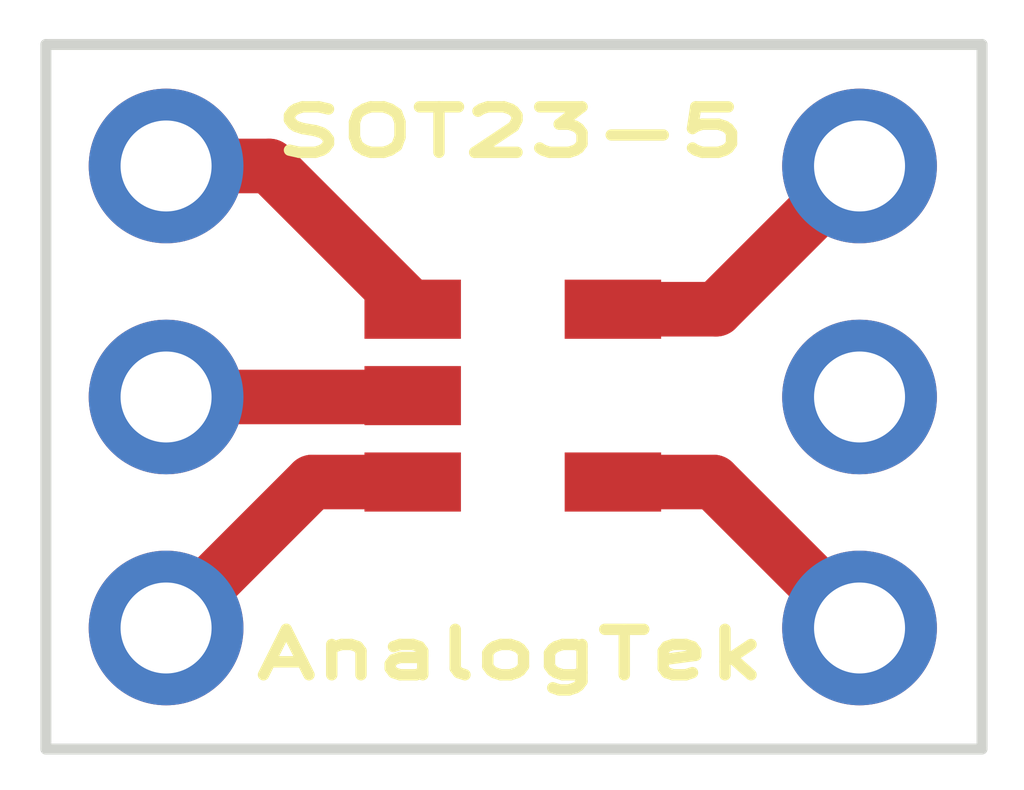
<source format=kicad_pcb>
(kicad_pcb (version 20171130) (host pcbnew "(5.1.5)-2")

  (general
    (thickness 1.6)
    (drawings 5)
    (tracks 10)
    (zones 0)
    (modules 3)
    (nets 6)
  )

  (page A4)
  (layers
    (0 F.Cu signal)
    (31 B.Cu signal)
    (32 B.Adhes user)
    (33 F.Adhes user)
    (34 B.Paste user)
    (35 F.Paste user)
    (36 B.SilkS user)
    (37 F.SilkS user)
    (38 B.Mask user)
    (39 F.Mask user)
    (40 Dwgs.User user)
    (41 Cmts.User user)
    (42 Eco1.User user)
    (43 Eco2.User user)
    (44 Edge.Cuts user)
    (45 Margin user)
    (46 B.CrtYd user)
    (47 F.CrtYd user hide)
    (48 B.Fab user)
    (49 F.Fab user hide)
  )

  (setup
    (last_trace_width 0.6)
    (user_trace_width 0.5)
    (user_trace_width 0.6)
    (trace_clearance 0.2)
    (zone_clearance 0.508)
    (zone_45_only no)
    (trace_min 0.2)
    (via_size 0.8)
    (via_drill 0.4)
    (via_min_size 0.4)
    (via_min_drill 0.3)
    (uvia_size 0.3)
    (uvia_drill 0.1)
    (uvias_allowed no)
    (uvia_min_size 0.2)
    (uvia_min_drill 0.1)
    (edge_width 0.05)
    (segment_width 0.2)
    (pcb_text_width 0.3)
    (pcb_text_size 1.5 1.5)
    (mod_edge_width 0.12)
    (mod_text_size 1 1)
    (mod_text_width 0.15)
    (pad_size 1.7 1.7)
    (pad_drill 1)
    (pad_to_mask_clearance 0.051)
    (solder_mask_min_width 0.25)
    (aux_axis_origin 0 0)
    (visible_elements FFFFFF7F)
    (pcbplotparams
      (layerselection 0x010fc_ffffffff)
      (usegerberextensions false)
      (usegerberattributes false)
      (usegerberadvancedattributes false)
      (creategerberjobfile false)
      (excludeedgelayer true)
      (linewidth 0.100000)
      (plotframeref false)
      (viasonmask false)
      (mode 1)
      (useauxorigin false)
      (hpglpennumber 1)
      (hpglpenspeed 20)
      (hpglpendiameter 15.000000)
      (psnegative false)
      (psa4output false)
      (plotreference true)
      (plotvalue true)
      (plotinvisibletext false)
      (padsonsilk false)
      (subtractmaskfromsilk false)
      (outputformat 1)
      (mirror false)
      (drillshape 1)
      (scaleselection 1)
      (outputdirectory ""))
  )

  (net 0 "")
  (net 1 "Net-(U1-Pad5)")
  (net 2 "Net-(U1-Pad4)")
  (net 3 "Net-(U1-Pad3)")
  (net 4 "Net-(U1-Pad2)")
  (net 5 "Net-(U1-Pad1)")

  (net_class Default "This is the default net class."
    (clearance 0.2)
    (trace_width 0.25)
    (via_dia 0.8)
    (via_drill 0.4)
    (uvia_dia 0.3)
    (uvia_drill 0.1)
    (add_net "Net-(U1-Pad1)")
    (add_net "Net-(U1-Pad2)")
    (add_net "Net-(U1-Pad3)")
    (add_net "Net-(U1-Pad4)")
    (add_net "Net-(U1-Pad5)")
  )

  (module Package_TO_SOT_SMD:SOT-23-5 (layer F.Cu) (tedit 5FCB177F) (tstamp 5FCB6F10)
    (at 149.5298 106.0196)
    (descr "5-pin SOT23 package")
    (tags SOT-23-5)
    (path /5FCB0FE8)
    (attr smd)
    (fp_text reference SOT23-5 (at -0.0254 -2.9) (layer F.SilkS)
      (effects (font (size 0.5 0.75) (thickness 0.125)))
    )
    (fp_text value MCP73811T-420I-OT (at 0 2.9) (layer F.Fab)
      (effects (font (size 1 1) (thickness 0.15)))
    )
    (fp_line (start 0.9 -1.55) (end 0.9 1.55) (layer F.Fab) (width 0.1))
    (fp_line (start 0.9 1.55) (end -0.9 1.55) (layer F.Fab) (width 0.1))
    (fp_line (start -0.9 -0.9) (end -0.9 1.55) (layer F.Fab) (width 0.1))
    (fp_line (start 0.9 -1.55) (end -0.25 -1.55) (layer F.Fab) (width 0.1))
    (fp_line (start -0.9 -0.9) (end -0.25 -1.55) (layer F.Fab) (width 0.1))
    (fp_line (start -1.9 1.8) (end -1.9 -1.8) (layer F.CrtYd) (width 0.05))
    (fp_line (start 1.9 1.8) (end -1.9 1.8) (layer F.CrtYd) (width 0.05))
    (fp_line (start 1.9 -1.8) (end 1.9 1.8) (layer F.CrtYd) (width 0.05))
    (fp_line (start -1.9 -1.8) (end 1.9 -1.8) (layer F.CrtYd) (width 0.05))
    (fp_text user %R (at 0 0 90) (layer F.Fab)
      (effects (font (size 0.5 0.5) (thickness 0.075)))
    )
    (pad 5 smd rect (at 1.1 -0.95) (size 1.06 0.65) (layers F.Cu F.Paste F.Mask)
      (net 1 "Net-(U1-Pad5)"))
    (pad 4 smd rect (at 1.1 0.95) (size 1.06 0.65) (layers F.Cu F.Paste F.Mask)
      (net 2 "Net-(U1-Pad4)"))
    (pad 3 smd rect (at -1.1 0.95) (size 1.06 0.65) (layers F.Cu F.Paste F.Mask)
      (net 3 "Net-(U1-Pad3)"))
    (pad 2 smd rect (at -1.1 0) (size 1.06 0.65) (layers F.Cu F.Paste F.Mask)
      (net 4 "Net-(U1-Pad2)"))
    (pad 1 smd rect (at -1.1 -0.95) (size 1.06 0.65) (layers F.Cu F.Paste F.Mask)
      (net 5 "Net-(U1-Pad1)"))
    (model ${KISYS3DMOD}/Package_TO_SOT_SMD.3dshapes/SOT-23-5.wrl
      (at (xyz 0 0 0))
      (scale (xyz 1 1 1))
      (rotate (xyz 0 0 0))
    )
  )

  (module Connector_PinHeader_2.54mm:PinHeader_1x03_P2.54mm_Vertical (layer F.Cu) (tedit 5FCB175F) (tstamp 5FCB700F)
    (at 145.7198 103.4946)
    (descr "Through hole straight pin header, 1x03, 2.54mm pitch, single row")
    (tags "Through hole pin header THT 1x03 2.54mm single row")
    (fp_text reference REF** (at 0 -2.33) (layer F.SilkS) hide
      (effects (font (size 1 1) (thickness 0.15)))
    )
    (fp_text value PinHeader_1x03_P2.54mm_Vertical (at 0 7.41) (layer F.Fab)
      (effects (font (size 1 1) (thickness 0.15)))
    )
    (fp_text user %R (at 0 2.54 90) (layer F.Fab)
      (effects (font (size 1 1) (thickness 0.15)))
    )
    (fp_line (start 1.8 -1.8) (end -1.8 -1.8) (layer F.CrtYd) (width 0.05))
    (fp_line (start 1.8 6.85) (end 1.8 -1.8) (layer F.CrtYd) (width 0.05))
    (fp_line (start -1.8 6.85) (end 1.8 6.85) (layer F.CrtYd) (width 0.05))
    (fp_line (start -1.8 -1.8) (end -1.8 6.85) (layer F.CrtYd) (width 0.05))
    (fp_line (start -1.27 -0.635) (end -0.635 -1.27) (layer F.Fab) (width 0.1))
    (fp_line (start -1.27 6.35) (end -1.27 -0.635) (layer F.Fab) (width 0.1))
    (fp_line (start 1.27 6.35) (end -1.27 6.35) (layer F.Fab) (width 0.1))
    (fp_line (start 1.27 -1.27) (end 1.27 6.35) (layer F.Fab) (width 0.1))
    (fp_line (start -0.635 -1.27) (end 1.27 -1.27) (layer F.Fab) (width 0.1))
    (pad 3 thru_hole oval (at 0 5.08) (size 1.7 1.7) (drill 1) (layers *.Cu *.Mask)
      (net 3 "Net-(U1-Pad3)"))
    (pad 2 thru_hole oval (at 0 2.54) (size 1.7 1.7) (drill 1) (layers *.Cu *.Mask)
      (net 4 "Net-(U1-Pad2)"))
    (pad 1 thru_hole circle (at 0 0) (size 1.7 1.7) (drill 1) (layers *.Cu *.Mask)
      (net 5 "Net-(U1-Pad1)"))
    (model ${KISYS3DMOD}/Connector_PinHeader_2.54mm.3dshapes/PinHeader_1x03_P2.54mm_Vertical.wrl
      (at (xyz 0 0 0))
      (scale (xyz 1 1 1))
      (rotate (xyz 0 0 0))
    )
  )

  (module Connector_PinHeader_2.54mm:PinHeader_1x03_P2.54mm_Vertical (layer F.Cu) (tedit 5FCB1726) (tstamp 5FCB7533)
    (at 153.3398 103.4946)
    (descr "Through hole straight pin header, 1x03, 2.54mm pitch, single row")
    (tags "Through hole pin header THT 1x03 2.54mm single row")
    (fp_text reference REF** (at 0 -2.33) (layer F.SilkS) hide
      (effects (font (size 1 1) (thickness 0.15)))
    )
    (fp_text value PinHeader_1x03_P2.54mm_Vertical (at 0 7.41) (layer F.Fab)
      (effects (font (size 1 1) (thickness 0.15)))
    )
    (fp_text user %R (at 0 2.54 90) (layer F.Fab)
      (effects (font (size 1 1) (thickness 0.15)))
    )
    (fp_line (start 1.8 -1.8) (end -1.8 -1.8) (layer F.CrtYd) (width 0.05))
    (fp_line (start 1.8 6.85) (end 1.8 -1.8) (layer F.CrtYd) (width 0.05))
    (fp_line (start -1.8 6.85) (end 1.8 6.85) (layer F.CrtYd) (width 0.05))
    (fp_line (start -1.8 -1.8) (end -1.8 6.85) (layer F.CrtYd) (width 0.05))
    (fp_line (start -1.27 -0.635) (end -0.635 -1.27) (layer F.Fab) (width 0.1))
    (fp_line (start -1.27 6.35) (end -1.27 -0.635) (layer F.Fab) (width 0.1))
    (fp_line (start 1.27 6.35) (end -1.27 6.35) (layer F.Fab) (width 0.1))
    (fp_line (start 1.27 -1.27) (end 1.27 6.35) (layer F.Fab) (width 0.1))
    (fp_line (start -0.635 -1.27) (end 1.27 -1.27) (layer F.Fab) (width 0.1))
    (pad 3 thru_hole oval (at 0 5.08) (size 1.7 1.7) (drill 1) (layers *.Cu *.Mask)
      (net 2 "Net-(U1-Pad4)"))
    (pad 2 thru_hole oval (at 0 2.54) (size 1.7 1.7) (drill 1) (layers *.Cu *.Mask))
    (pad 1 thru_hole circle (at 0 0) (size 1.7 1.7) (drill 1) (layers *.Cu *.Mask)
      (net 1 "Net-(U1-Pad5)"))
    (model ${KISYS3DMOD}/Connector_PinHeader_2.54mm.3dshapes/PinHeader_1x03_P2.54mm_Vertical.wrl
      (at (xyz 0 0 0))
      (scale (xyz 1 1 1))
      (rotate (xyz 0 0 0))
    )
  )

  (gr_text AnalogTek (at 149.5044 108.8644) (layer F.SilkS)
    (effects (font (size 0.5 0.75) (thickness 0.125)))
  )
  (gr_line (start 154.686 102.1588) (end 154.686 109.8804) (layer Edge.Cuts) (width 0.12) (tstamp 5FCB7503))
  (gr_line (start 144.399 102.1588) (end 144.399 109.9058) (layer Edge.Cuts) (width 0.12) (tstamp 5FCB756E))
  (gr_line (start 144.399 109.9058) (end 154.686 109.9058) (layer Edge.Cuts) (width 0.12) (tstamp 5FCB74F7))
  (gr_line (start 144.399 102.1588) (end 154.686 102.1588) (layer Edge.Cuts) (width 0.12))

  (segment (start 151.7648 105.0696) (end 153.3398 103.4946) (width 0.6) (layer F.Cu) (net 1))
  (segment (start 150.6298 105.0696) (end 151.7648 105.0696) (width 0.6) (layer F.Cu) (net 1))
  (segment (start 151.7348 106.9696) (end 153.3398 108.5746) (width 0.6) (layer F.Cu) (net 2))
  (segment (start 150.6298 106.9696) (end 151.7348 106.9696) (width 0.6) (layer F.Cu) (net 2))
  (segment (start 147.3248 106.9696) (end 145.7198 108.5746) (width 0.6) (layer F.Cu) (net 3))
  (segment (start 148.4298 106.9696) (end 147.3248 106.9696) (width 0.6) (layer F.Cu) (net 3))
  (segment (start 148.4148 106.0346) (end 148.4298 106.0196) (width 0.6) (layer F.Cu) (net 4))
  (segment (start 145.7198 106.0346) (end 148.4148 106.0346) (width 0.6) (layer F.Cu) (net 4))
  (segment (start 146.8548 103.4946) (end 148.4298 105.0696) (width 0.6) (layer F.Cu) (net 5))
  (segment (start 145.7198 103.4946) (end 146.8548 103.4946) (width 0.6) (layer F.Cu) (net 5))

)

</source>
